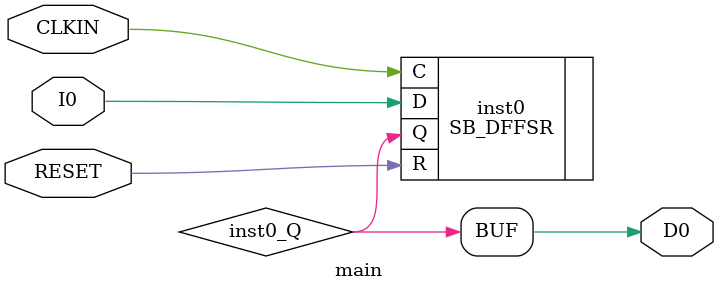
<source format=v>
module main (input  I0, input  RESET, output  D0, input  CLKIN);
wire  inst0_Q;
SB_DFFSR inst0 (.C(CLKIN), .R(RESET), .D(I0), .Q(inst0_Q));
assign D0 = inst0_Q;
endmodule


</source>
